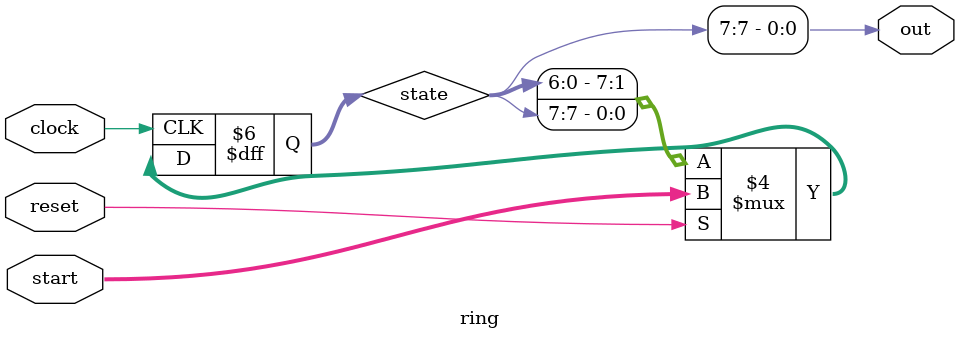
<source format=v>
/*
 * Periodic Ring Timer Module
 *
 * Copyright (c) 2021 Alexei A. Smekalkine <ikle@ikle.ru>
 *
 * SPDX-License-Identifier: BSD-2-Clause
 */

`ifndef TIMER_RING_V
`define TIMER_RING_V  1

module ring #(
	parameter W = 8, START = 1
)(
	input clock,
	input [W-1:0] start, input reset, output out
);
	reg [W-1:0] state = START;

	always @(posedge clock)
		if (reset)
			state <= start;
		else
			state <= {state[W-2:0], state[W-1]};

	assign out = state[W-1];
endmodule

`endif  /* TIMER_RING_V */

</source>
